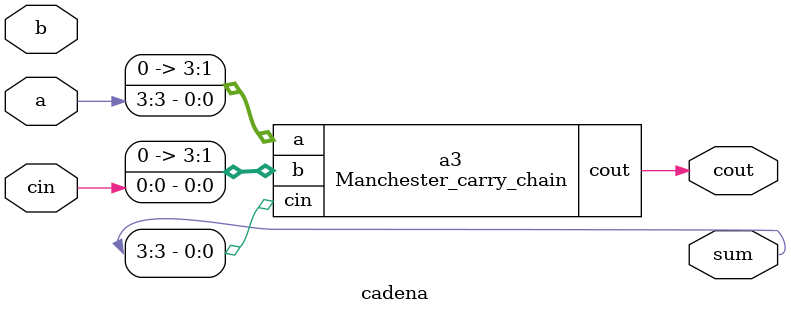
<source format=sv>
`timescale 1ns / 1ps


module Manchester_carry_chain (a,b,cin,cout,sum ) ;
    input [3:0] a,b;
    input cin;
    output [3:0] sum;
    output cout;

    assign {cout,sum}=a+b+cin;
endmodule

module cadena (a,b,cin,sum,cout);
    
    input [3:0] a,b;
    input cin;
    output [3:0] sum;
    output cout;
    
    wire [3:1] carry;
    
    Manchester_carry_chain a0(a[0],cin,sum[0],carry[1]);
    Manchester_carry_chain a1(a[1],cin,sum[1],carry[2]);
    Manchester_carry_chain a2(a[2],cin,sum[2],carry[3]);
    Manchester_carry_chain a3(a[3],cin,sum[3],cout);    
    
endmodule




//    parameter n=4;
//    input [3:0] a,b;
//    input cin;
//    output [3:0] s;
//    output cout;

//    wire [3:0] p= a ^ b;  //propagate
//    wire [3:0] g= a & b;  //generate
//    wire [4:0] c= {g | p & c[n-1:0],cin};  
//    assign s = p ^ c[3:0];  //suma
    
</source>
